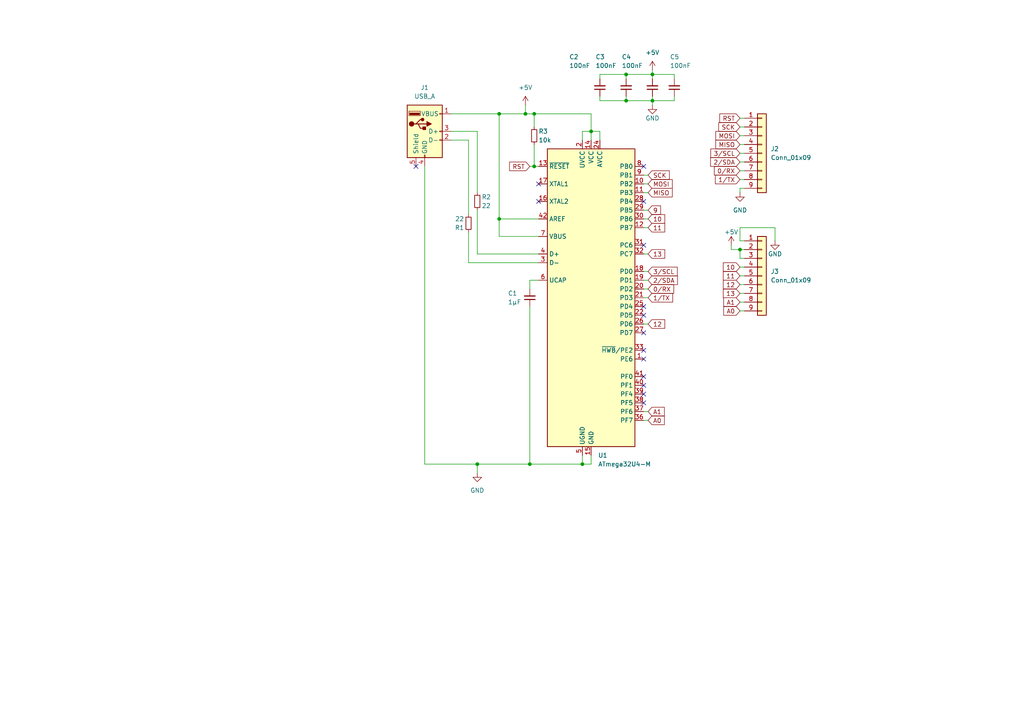
<source format=kicad_sch>
(kicad_sch (version 20211123) (generator eeschema)
  (paper "A4")
  (lib_symbols
    (symbol "Connector:USB_A" (pin_names (offset 1.016))
      (property "Reference" "J" (at -5.08 11.43 0))
      (property "Value" "USB_A" (at -5.08 8.89 0))
      (symbol "USB_A_0_1"
        (rectangle (start -5.08 -7.62) (end 5.08 7.62) (stroke (width 0.254)) (fill (type background)))
        (circle (center -3.81 2.159) (radius 0.635) (stroke (width 0.254)) (fill (type outline)))
        (rectangle (start -1.524 4.826) (end -4.318 5.334) (fill (type outline)))
        (rectangle (start -1.27 4.572) (end -4.572 5.842))
        (circle (center -0.635 3.429) (radius 0.381) (stroke (width 0.254)) (fill (type outline)))
        (rectangle (start -0.127 -7.62) (end 0.127 -6.858))
        (polyline (pts (xy -3.175 2.159) (xy -2.54 2.159) (xy -1.27 3.429) (xy -0.635 3.429)) (stroke (width 0.254)))
        (polyline (pts (xy -2.54 2.159) (xy -1.905 2.159) (xy -1.27 0.889) (xy 0 0.889)) (stroke (width 0.254)))
        (polyline (pts (xy 0.635 2.794) (xy 0.635 1.524) (xy 1.905 2.159) (xy 0.635 2.794)) (stroke (width 0.254)) (fill (type outline)))
        (rectangle (start 0.254 1.27) (end -0.508 0.508) (stroke (width 0.254)) (fill (type outline)))
        (rectangle (start 5.08 -2.667) (end 4.318 -2.413))
        (rectangle (start 5.08 -0.127) (end 4.318 0.127))
        (rectangle (start 5.08 4.953) (end 4.318 5.207))
      )
      (symbol "USB_A_1_1"
        (polyline (pts (xy -1.905 2.159) (xy 0.635 2.159)) (stroke (width 0.254)))
        (pin power_in line (at 7.62 5.08 180) (length 2.54) (name "VBUS") (number "1"))
        (pin bidirectional line (at 7.62 -2.54 180) (length 2.54) (name "D-") (number "2"))
        (pin bidirectional line (at 7.62 0 180) (length 2.54) (name "D+") (number "3"))
        (pin power_in line (at 0 -10.16 90) (length 2.54) (name "GND") (number "4"))
        (pin passive line (at -2.54 -10.16 90) (length 2.54) (name "Shield") (number "5"))
      )
    )
    (symbol "Connector_Generic:Conn_01x09" (pin_names (offset 1.016) hide)
      (property "Reference" "J" (at 0 12.7 0))
      (property "Value" "Conn_01x09" (at 0 -12.7 0))
      (symbol "Conn_01x09_1_1"
        (rectangle (start -1.27 -10.033) (end 0 -10.287) (stroke (width 0.1524)))
        (rectangle (start -1.27 -7.493) (end 0 -7.747) (stroke (width 0.1524)))
        (rectangle (start -1.27 -4.953) (end 0 -5.207) (stroke (width 0.1524)))
        (rectangle (start -1.27 -2.413) (end 0 -2.667) (stroke (width 0.1524)))
        (rectangle (start -1.27 0.127) (end 0 -0.127) (stroke (width 0.1524)))
        (rectangle (start -1.27 2.667) (end 0 2.413) (stroke (width 0.1524)))
        (rectangle (start -1.27 5.207) (end 0 4.953) (stroke (width 0.1524)))
        (rectangle (start -1.27 7.747) (end 0 7.493) (stroke (width 0.1524)))
        (rectangle (start -1.27 10.287) (end 0 10.033) (stroke (width 0.1524)))
        (rectangle (start -1.27 11.43) (end 1.27 -11.43) (stroke (width 0.254)) (fill (type background)))
        (pin passive line (at -5.08 10.16 0) (length 3.81) (name "Pin_1") (number "1"))
        (pin passive line (at -5.08 7.62 0) (length 3.81) (name "Pin_2") (number "2"))
        (pin passive line (at -5.08 5.08 0) (length 3.81) (name "Pin_3") (number "3"))
        (pin passive line (at -5.08 2.54 0) (length 3.81) (name "Pin_4") (number "4"))
        (pin passive line (at -5.08 0 0) (length 3.81) (name "Pin_5") (number "5"))
        (pin passive line (at -5.08 -2.54 0) (length 3.81) (name "Pin_6") (number "6"))
        (pin passive line (at -5.08 -5.08 0) (length 3.81) (name "Pin_7") (number "7"))
        (pin passive line (at -5.08 -7.62 0) (length 3.81) (name "Pin_8") (number "8"))
        (pin passive line (at -5.08 -10.16 0) (length 3.81) (name "Pin_9") (number "9"))
      )
    )
    (symbol "Device:C_Small" (pin_numbers hide) (pin_names (offset 0.254) hide)
      (property "Reference" "C" (at 0.254 1.778 0))
      (property "Value" "C_Small" (at 0.254 -2.032 0))
      (symbol "C_Small_0_1"
        (polyline (pts (xy -1.524 -0.508) (xy 1.524 -0.508)) (stroke (width 0.3302)))
        (polyline (pts (xy -1.524 0.508) (xy 1.524 0.508)) (stroke (width 0.3048)))
      )
      (symbol "C_Small_1_1"
        (pin passive line (at 0 2.54 270) (length 2.032) (name "~") (number "1"))
        (pin passive line (at 0 -2.54 90) (length 2.032) (name "~") (number "2"))
      )
    )
    (symbol "Device:R_Small" (pin_numbers hide) (pin_names (offset 0.254) hide)
      (property "Reference" "R" (at 0.762 0.508 0))
      (property "Value" "R_Small" (at 0.762 -1.016 0))
      (symbol "R_Small_0_1"
        (rectangle (start -0.762 1.778) (end 0.762 -1.778) (stroke (width 0.2032)))
      )
      (symbol "R_Small_1_1"
        (pin passive line (at 0 2.54 270) (length 0.762) (name "~") (number "1"))
        (pin passive line (at 0 -2.54 90) (length 0.762) (name "~") (number "2"))
      )
    )
    (symbol "MCU_Microchip_ATmega:ATmega32U4-M"
      (property "Reference" "U" (at -12.7 44.45 0))
      (property "Value" "ATmega32U4-M" (at 2.54 -44.45 0))
      (symbol "ATmega32U4-M_0_1"
        (rectangle (start -12.7 -43.18) (end 12.7 43.18) (stroke (width 0.254)) (fill (type background)))
      )
      (symbol "ATmega32U4-M_1_1"
        (pin bidirectional line (at 15.24 -17.78 180) (length 2.54) (name "PE6") (number "1"))
        (pin bidirectional line (at 15.24 33.02 180) (length 2.54) (name "PB2") (number "10"))
        (pin bidirectional line (at 15.24 30.48 180) (length 2.54) (name "PB3") (number "11"))
        (pin bidirectional line (at 15.24 20.32 180) (length 2.54) (name "PB7") (number "12"))
        (pin input line (at -15.24 38.1 0) (length 2.54) (name "~{RESET}") (number "13"))
        (pin power_in line (at 0 45.72 270) (length 2.54) (name "VCC") (number "14"))
        (pin power_in line (at 0 -45.72 90) (length 2.54) (name "GND") (number "15"))
        (pin output line (at -15.24 27.94 0) (length 2.54) (name "XTAL2") (number "16"))
        (pin input line (at -15.24 33.02 0) (length 2.54) (name "XTAL1") (number "17"))
        (pin bidirectional line (at 15.24 7.62 180) (length 2.54) (name "PD0") (number "18"))
        (pin bidirectional line (at 15.24 5.08 180) (length 2.54) (name "PD1") (number "19"))
        (pin power_in line (at -2.54 45.72 270) (length 2.54) (name "UVCC") (number "2"))
        (pin bidirectional line (at 15.24 2.54 180) (length 2.54) (name "PD2") (number "20"))
        (pin bidirectional line (at 15.24 0 180) (length 2.54) (name "PD3") (number "21"))
        (pin bidirectional line (at 15.24 -5.08 180) (length 2.54) (name "PD5") (number "22"))
        (pin passive line (at 0 -45.72 90) (length 2.54) hide (name "GND") (number "23"))
        (pin power_in line (at 2.54 45.72 270) (length 2.54) (name "AVCC") (number "24"))
        (pin bidirectional line (at 15.24 -2.54 180) (length 2.54) (name "PD4") (number "25"))
        (pin bidirectional line (at 15.24 -7.62 180) (length 2.54) (name "PD6") (number "26"))
        (pin bidirectional line (at 15.24 -10.16 180) (length 2.54) (name "PD7") (number "27"))
        (pin bidirectional line (at 15.24 27.94 180) (length 2.54) (name "PB4") (number "28"))
        (pin bidirectional line (at 15.24 25.4 180) (length 2.54) (name "PB5") (number "29"))
        (pin bidirectional line (at -15.24 10.16 0) (length 2.54) (name "D-") (number "3"))
        (pin bidirectional line (at 15.24 22.86 180) (length 2.54) (name "PB6") (number "30"))
        (pin bidirectional line (at 15.24 15.24 180) (length 2.54) (name "PC6") (number "31"))
        (pin bidirectional line (at 15.24 12.7 180) (length 2.54) (name "PC7") (number "32"))
        (pin bidirectional line (at 15.24 -15.24 180) (length 2.54) (name "~{HWB}/PE2") (number "33"))
        (pin passive line (at 0 45.72 270) (length 2.54) hide (name "VCC") (number "34"))
        (pin passive line (at 0 -45.72 90) (length 2.54) hide (name "GND") (number "35"))
        (pin bidirectional line (at 15.24 -35.56 180) (length 2.54) (name "PF7") (number "36"))
        (pin bidirectional line (at 15.24 -33.02 180) (length 2.54) (name "PF6") (number "37"))
        (pin bidirectional line (at 15.24 -30.48 180) (length 2.54) (name "PF5") (number "38"))
        (pin bidirectional line (at 15.24 -27.94 180) (length 2.54) (name "PF4") (number "39"))
        (pin bidirectional line (at -15.24 12.7 0) (length 2.54) (name "D+") (number "4"))
        (pin bidirectional line (at 15.24 -25.4 180) (length 2.54) (name "PF1") (number "40"))
        (pin bidirectional line (at 15.24 -22.86 180) (length 2.54) (name "PF0") (number "41"))
        (pin passive line (at -15.24 22.86 0) (length 2.54) (name "AREF") (number "42"))
        (pin passive line (at 0 -45.72 90) (length 2.54) hide (name "GND") (number "43"))
        (pin passive line (at 2.54 45.72 270) (length 2.54) hide (name "AVCC") (number "44"))
        (pin passive line (at 0 -45.72 90) (length 2.54) hide (name "GND") (number "45"))
        (pin passive line (at -2.54 -45.72 90) (length 2.54) (name "UGND") (number "5"))
        (pin passive line (at -15.24 5.08 0) (length 2.54) (name "UCAP") (number "6"))
        (pin input line (at -15.24 17.78 0) (length 2.54) (name "VBUS") (number "7"))
        (pin bidirectional line (at 15.24 38.1 180) (length 2.54) (name "PB0") (number "8"))
        (pin bidirectional line (at 15.24 35.56 180) (length 2.54) (name "PB1") (number "9"))
      )
    )
    (symbol "power:+5V" (power) (pin_names (offset 0))
      (property "Value" "+5V" (at 0 3.556 0))
      (symbol "+5V_0_1"
        (polyline (pts (xy -0.762 1.27) (xy 0 2.54)))
        (polyline (pts (xy 0 0) (xy 0 2.54)))
        (polyline (pts (xy 0 2.54) (xy 0.762 1.27)))
      )
      (symbol "+5V_1_1"
        (pin power_in line (at 0 0 90) (length 0) hide (name "+5V") (number "1"))
      )
    )
    (symbol "power:GND" (power) (pin_names (offset 0))
      (property "Value" "GND" (at 0 -3.81 0))
      (symbol "GND_0_1"
        (polyline (pts (xy 0 0) (xy 0 -1.27) (xy 1.27 -1.27) (xy 0 -2.54) (xy -1.27 -1.27) (xy 0 -1.27)))
      )
      (symbol "GND_1_1"
        (pin power_in line (at 0 0 270) (length 0) hide (name "GND") (number "1"))
      )
    )
  )
  (junction (at 189.23 29.21))
  (junction (at 152.4 33.02))
  (junction (at 168.91 134.62))
  (junction (at 214.63 72.39))
  (junction (at 138.43 134.62))
  (junction (at 154.94 33.02))
  (junction (at 153.67 134.62))
  (junction (at 144.78 33.02))
  (junction (at 144.78 63.5))
  (junction (at 181.61 29.21))
  (junction (at 181.61 21.59))
  (junction (at 171.45 38.1))
  (junction (at 154.94 48.26))
  (junction (at 189.23 21.59))
  (no_connect (at 156.21 58.42))
  (no_connect (at 156.21 53.34))
  (no_connect (at 120.65 48.26))
  (no_connect (at 186.69 114.3))
  (no_connect (at 186.69 116.84))
  (no_connect (at 186.69 96.52))
  (no_connect (at 186.69 111.76))
  (no_connect (at 186.69 101.6))
  (no_connect (at 186.69 104.14))
  (no_connect (at 186.69 109.22))
  (no_connect (at 186.69 88.9))
  (no_connect (at 186.69 91.44))
  (no_connect (at 186.69 71.12))
  (no_connect (at 186.69 58.42))
  (no_connect (at 186.69 48.26))
  (wire (pts (xy 168.91 40.64) (xy 168.91 38.1)))
  (wire (pts (xy 214.63 69.85) (xy 215.9 69.85)))
  (wire (pts (xy 214.63 55.88) (xy 214.63 54.61)))
  (wire (pts (xy 189.23 27.94) (xy 189.23 29.21)))
  (wire (pts (xy 214.63 46.99) (xy 215.9 46.99)))
  (wire (pts (xy 214.63 72.39) (xy 215.9 72.39)))
  (wire (pts (xy 154.94 33.02) (xy 171.45 33.02)))
  (wire (pts (xy 123.19 48.26) (xy 123.19 134.62)))
  (wire (pts (xy 144.78 63.5) (xy 144.78 33.02)))
  (wire (pts (xy 168.91 134.62) (xy 168.91 132.08)))
  (wire (pts (xy 186.69 83.82) (xy 187.96 83.82)))
  (wire (pts (xy 138.43 73.66) (xy 156.21 73.66)))
  (wire (pts (xy 214.63 77.47) (xy 215.9 77.47)))
  (wire (pts (xy 171.45 38.1) (xy 171.45 40.64)))
  (wire (pts (xy 135.89 40.64) (xy 135.89 62.23)))
  (wire (pts (xy 138.43 137.16) (xy 138.43 134.62)))
  (wire (pts (xy 181.61 21.59) (xy 181.61 22.86)))
  (wire (pts (xy 138.43 60.96) (xy 138.43 73.66)))
  (wire (pts (xy 173.99 38.1) (xy 171.45 38.1)))
  (wire (pts (xy 186.69 53.34) (xy 187.96 53.34)))
  (wire (pts (xy 214.63 90.17) (xy 215.9 90.17)))
  (wire (pts (xy 135.89 76.2) (xy 156.21 76.2)))
  (wire (pts (xy 154.94 33.02) (xy 154.94 36.83)))
  (wire (pts (xy 214.63 85.09) (xy 215.9 85.09)))
  (wire (pts (xy 173.99 21.59) (xy 181.61 21.59)))
  (wire (pts (xy 153.67 48.26) (xy 154.94 48.26)))
  (wire (pts (xy 214.63 74.93) (xy 215.9 74.93)))
  (wire (pts (xy 123.19 134.62) (xy 138.43 134.62)))
  (wire (pts (xy 214.63 66.04) (xy 214.63 69.85)))
  (wire (pts (xy 181.61 29.21) (xy 189.23 29.21)))
  (wire (pts (xy 130.81 40.64) (xy 135.89 40.64)))
  (wire (pts (xy 186.69 73.66) (xy 187.96 73.66)))
  (wire (pts (xy 214.63 80.01) (xy 215.9 80.01)))
  (wire (pts (xy 186.69 55.88) (xy 187.96 55.88)))
  (wire (pts (xy 153.67 134.62) (xy 168.91 134.62)))
  (wire (pts (xy 212.09 72.39) (xy 214.63 72.39)))
  (wire (pts (xy 224.79 66.04) (xy 224.79 69.85)))
  (wire (pts (xy 130.81 33.02) (xy 144.78 33.02)))
  (wire (pts (xy 186.69 119.38) (xy 187.96 119.38)))
  (wire (pts (xy 214.63 39.37) (xy 215.9 39.37)))
  (wire (pts (xy 181.61 27.94) (xy 181.61 29.21)))
  (wire (pts (xy 186.69 63.5) (xy 187.96 63.5)))
  (wire (pts (xy 195.58 29.21) (xy 189.23 29.21)))
  (wire (pts (xy 173.99 40.64) (xy 173.99 38.1)))
  (wire (pts (xy 138.43 134.62) (xy 153.67 134.62)))
  (wire (pts (xy 144.78 63.5) (xy 156.21 63.5)))
  (wire (pts (xy 186.69 60.96) (xy 187.96 60.96)))
  (wire (pts (xy 152.4 30.48) (xy 152.4 33.02)))
  (wire (pts (xy 156.21 48.26) (xy 154.94 48.26)))
  (wire (pts (xy 212.09 71.12) (xy 212.09 72.39)))
  (wire (pts (xy 195.58 21.59) (xy 189.23 21.59)))
  (wire (pts (xy 195.58 27.94) (xy 195.58 29.21)))
  (wire (pts (xy 153.67 88.9) (xy 153.67 134.62)))
  (wire (pts (xy 214.63 87.63) (xy 215.9 87.63)))
  (wire (pts (xy 186.69 93.98) (xy 187.96 93.98)))
  (wire (pts (xy 186.69 86.36) (xy 187.96 86.36)))
  (wire (pts (xy 173.99 27.94) (xy 173.99 29.21)))
  (wire (pts (xy 214.63 34.29) (xy 215.9 34.29)))
  (wire (pts (xy 214.63 52.07) (xy 215.9 52.07)))
  (wire (pts (xy 186.69 121.92) (xy 187.96 121.92)))
  (wire (pts (xy 173.99 29.21) (xy 181.61 29.21)))
  (wire (pts (xy 214.63 41.91) (xy 215.9 41.91)))
  (wire (pts (xy 214.63 66.04) (xy 224.79 66.04)))
  (wire (pts (xy 153.67 83.82) (xy 153.67 81.28)))
  (wire (pts (xy 171.45 132.08) (xy 171.45 134.62)))
  (wire (pts (xy 189.23 20.32) (xy 189.23 21.59)))
  (wire (pts (xy 186.69 78.74) (xy 187.96 78.74)))
  (wire (pts (xy 168.91 38.1) (xy 171.45 38.1)))
  (wire (pts (xy 135.89 67.31) (xy 135.89 76.2)))
  (wire (pts (xy 186.69 50.8) (xy 187.96 50.8)))
  (wire (pts (xy 130.81 38.1) (xy 138.43 38.1)))
  (wire (pts (xy 154.94 48.26) (xy 154.94 41.91)))
  (wire (pts (xy 171.45 33.02) (xy 171.45 38.1)))
  (wire (pts (xy 214.63 36.83) (xy 215.9 36.83)))
  (wire (pts (xy 138.43 38.1) (xy 138.43 55.88)))
  (wire (pts (xy 195.58 22.86) (xy 195.58 21.59)))
  (wire (pts (xy 214.63 49.53) (xy 215.9 49.53)))
  (wire (pts (xy 214.63 82.55) (xy 215.9 82.55)))
  (wire (pts (xy 171.45 134.62) (xy 168.91 134.62)))
  (wire (pts (xy 186.69 66.04) (xy 187.96 66.04)))
  (wire (pts (xy 214.63 72.39) (xy 214.63 74.93)))
  (wire (pts (xy 152.4 33.02) (xy 154.94 33.02)))
  (wire (pts (xy 186.69 81.28) (xy 187.96 81.28)))
  (wire (pts (xy 189.23 29.21) (xy 189.23 30.48)))
  (wire (pts (xy 181.61 21.59) (xy 189.23 21.59)))
  (wire (pts (xy 214.63 54.61) (xy 215.9 54.61)))
  (wire (pts (xy 156.21 68.58) (xy 144.78 68.58)))
  (wire (pts (xy 189.23 21.59) (xy 189.23 22.86)))
  (wire (pts (xy 144.78 68.58) (xy 144.78 63.5)))
  (wire (pts (xy 214.63 44.45) (xy 215.9 44.45)))
  (wire (pts (xy 173.99 22.86) (xy 173.99 21.59)))
  (wire (pts (xy 144.78 33.02) (xy 152.4 33.02)))
  (wire (pts (xy 153.67 81.28) (xy 156.21 81.28)))
  (global_label "1{slash}TX" (shape input) (at 187.96 86.36 0) (property "Intersheet References" "${INTERSHEET_REFS}" (effects hide)))
  (global_label "10" (shape input) (at 187.96 63.5 0) (property "Intersheet References" "${INTERSHEET_REFS}" (effects hide)))
  (global_label "MOSI" (shape input) (at 214.63 39.37 180) (property "Intersheet References" "${INTERSHEET_REFS}" (effects hide)))
  (global_label "MOSI" (shape input) (at 187.96 53.34 0) (property "Intersheet References" "${INTERSHEET_REFS}" (effects hide)))
  (global_label "12" (shape input) (at 187.96 93.98 0) (property "Intersheet References" "${INTERSHEET_REFS}" (effects hide)))
  (global_label "RST" (shape input) (at 153.67 48.26 180) (property "Intersheet References" "${INTERSHEET_REFS}" (effects hide)))
  (global_label "9" (shape input) (at 187.96 60.96 0) (property "Intersheet References" "${INTERSHEET_REFS}" (effects hide)))
  (global_label "SCK" (shape input) (at 214.63 36.83 180) (property "Intersheet References" "${INTERSHEET_REFS}" (effects hide)))
  (global_label "11" (shape input) (at 187.96 66.04 0) (property "Intersheet References" "${INTERSHEET_REFS}" (effects hide)))
  (global_label "0{slash}RX" (shape input) (at 214.63 49.53 180) (property "Intersheet References" "${INTERSHEET_REFS}" (effects hide)))
  (global_label "13" (shape input) (at 214.63 85.09 180) (property "Intersheet References" "${INTERSHEET_REFS}" (effects hide)))
  (global_label "A1" (shape input) (at 214.63 87.63 180) (property "Intersheet References" "${INTERSHEET_REFS}" (effects hide)))
  (global_label "A0" (shape input) (at 187.96 121.92 0) (property "Intersheet References" "${INTERSHEET_REFS}" (effects hide)))
  (global_label "MISO" (shape input) (at 214.63 41.91 180) (property "Intersheet References" "${INTERSHEET_REFS}" (effects hide)))
  (global_label "2{slash}SDA" (shape input) (at 214.63 46.99 180) (property "Intersheet References" "${INTERSHEET_REFS}" (effects hide)))
  (global_label "A1" (shape input) (at 187.96 119.38 0) (property "Intersheet References" "${INTERSHEET_REFS}" (effects hide)))
  (global_label "MISO" (shape input) (at 187.96 55.88 0) (property "Intersheet References" "${INTERSHEET_REFS}" (effects hide)))
  (global_label "3{slash}SCL" (shape input) (at 214.63 44.45 180) (property "Intersheet References" "${INTERSHEET_REFS}" (effects hide)))
  (global_label "0{slash}RX" (shape input) (at 187.96 83.82 0) (property "Intersheet References" "${INTERSHEET_REFS}" (effects hide)))
  (global_label "10" (shape input) (at 214.63 77.47 180) (property "Intersheet References" "${INTERSHEET_REFS}" (effects hide)))
  (global_label "SCK" (shape input) (at 187.96 50.8 0) (property "Intersheet References" "${INTERSHEET_REFS}" (effects hide)))
  (global_label "RST" (shape input) (at 214.63 34.29 180) (property "Intersheet References" "${INTERSHEET_REFS}" (effects hide)))
  (global_label "A0" (shape input) (at 214.63 90.17 180) (property "Intersheet References" "${INTERSHEET_REFS}" (effects hide)))
  (global_label "2{slash}SDA" (shape input) (at 187.96 81.28 0) (property "Intersheet References" "${INTERSHEET_REFS}" (effects hide)))
  (global_label "11" (shape input) (at 214.63 80.01 180) (property "Intersheet References" "${INTERSHEET_REFS}" (effects hide)))
  (global_label "12" (shape input) (at 214.63 82.55 180) (property "Intersheet References" "${INTERSHEET_REFS}" (effects hide)))
  (global_label "13" (shape input) (at 187.96 73.66 0) (property "Intersheet References" "${INTERSHEET_REFS}" (effects hide)))
  (global_label "3{slash}SCL" (shape input) (at 187.96 78.74 0) (property "Intersheet References" "${INTERSHEET_REFS}" (effects hide)))
  (global_label "1{slash}TX" (shape input) (at 214.63 52.07 180) (property "Intersheet References" "${INTERSHEET_REFS}" (effects hide)))
  (symbol (lib_id "power:GND") (at 214.63 55.88 0) (unit 1)
    (property "Reference" "#PWR0106" (effects hide))
    (property "Value" "GND" (at 214.63 60.96 0))
  )
  (symbol (lib_id "power:+5V") (at 189.23 20.32 0) (unit 1)
    (property "Reference" "#PWR01" (effects hide))
    (property "Value" "+5V" (at 189.23 15.24 0))
  )
  (symbol (lib_id "Device:R_Small") (at 135.89 64.77 180) (unit 1)
    (property "Reference" "R1" (at 134.62 66.0401 0) (effects (justify left)))
    (property "Value" "22" (at 134.62 63.5001 0) (effects (justify left)))
    (property "Footprint" "Resistor_SMD:R_0402_1005Metric" (effects hide))
  )
  (symbol (lib_id "Connector_Generic:Conn_01x09") (at 220.98 44.45 0) (unit 1)
    (property "Reference" "J2" (at 223.52 43.1799 0) (effects (justify left)))
    (property "Value" "Conn_01x09" (at 223.52 45.7199 0) (effects (justify left)))
    (property "Footprint" "Connector_PinHeader_1.27mm:PinHeader_1x09_P1.27mm_Vertical" (effects hide))
  )
  (symbol (lib_id "power:GND") (at 138.43 137.16 0) (unit 1)
    (property "Reference" "#PWR0101" (effects hide))
    (property "Value" "GND" (at 138.43 142.24 0))
  )
  (symbol (lib_id "power:+5V") (at 152.4 30.48 0) (unit 1)
    (property "Reference" "#PWR0102" (effects hide))
    (property "Value" "+5V" (at 152.4 25.4 0))
  )
  (symbol (lib_id "power:+5V") (at 212.09 71.12 0) (unit 1)
    (property "Reference" "#PWR0104" (effects hide))
    (property "Value" "+5V" (at 212.09 67.31 0))
  )
  (symbol (lib_id "Device:C_Small") (at 181.61 25.4 180) (unit 1)
    (property "Reference" "C3" (at 172.72 16.5035 0) (effects (justify right)))
    (property "Value" "100nF" (at 172.72 19.0435 0) (effects (justify right)))
    (property "Footprint" "Capacitor_SMD:C_0402_1005Metric" (effects hide))
  )
  (symbol (lib_id "MCU_Microchip_ATmega:ATmega32U4-M") (at 171.45 86.36 0) (unit 1)
    (property "Reference" "U1" (at 173.4694 132.08 0) (effects (justify left)))
    (property "Value" "ATmega32U4-M" (at 173.4694 134.62 0) (effects (justify left)))
    (property "Footprint" "Package_DFN_QFN:QFN-44-1EP_7x7mm_P0.5mm_EP5.2x5.2mm" (effects hide))
    (property "Datasheet" "http://ww1.microchip.com/downloads/en/DeviceDoc/Atmel-7766-8-bit-AVR-ATmega16U4-32U4_Datasheet.pdf" (effects hide))
  )
  (symbol (lib_id "Device:R_Small") (at 154.94 39.37 0) (unit 1)
    (property "Reference" "R3" (at 156.21 38.0999 0) (effects (justify left)))
    (property "Value" "10k" (at 156.21 40.6399 0) (effects (justify left)))
    (property "Footprint" "Resistor_SMD:R_0402_1005Metric" (effects hide))
  )
  (symbol (lib_id "Device:C_Small") (at 173.99 25.4 180) (unit 1)
    (property "Reference" "C2" (at 165.1 16.5035 0) (effects (justify right)))
    (property "Value" "100nF" (at 165.1 19.0435 0) (effects (justify right)))
    (property "Footprint" "Capacitor_SMD:C_0402_1005Metric" (effects hide))
  )
  (symbol (lib_id "power:GND") (at 189.23 30.48 0) (unit 1)
    (property "Reference" "#PWR0103" (effects hide))
    (property "Value" "GND" (at 189.23 34.29 0))
  )
  (symbol (lib_id "Device:C_Small") (at 189.23 25.4 180) (unit 1)
    (property "Reference" "C4" (at 180.34 16.5035 0) (effects (justify right)))
    (property "Value" "100nF" (at 180.34 19.0435 0) (effects (justify right)))
    (property "Footprint" "Capacitor_SMD:C_0402_1005Metric" (effects hide))
  )
  (symbol (lib_id "power:GND") (at 224.79 69.85 0) (unit 1)
    (property "Reference" "#PWR0105" (effects hide))
    (property "Value" "GND" (at 224.79 73.66 0))
  )
  (symbol (lib_id "Device:R_Small") (at 138.43 58.42 0) (unit 1)
    (property "Reference" "R2" (at 139.7 57.1499 0) (effects (justify left)))
    (property "Value" "22" (at 139.7 59.6899 0) (effects (justify left)))
    (property "Footprint" "Resistor_SMD:R_0402_1005Metric" (effects hide))
  )
  (symbol (lib_id "Connector_Generic:Conn_01x09") (at 220.98 80.01 0) (unit 1)
    (property "Reference" "J3" (at 223.52 78.7399 0) (effects (justify left)))
    (property "Value" "Conn_01x09" (at 223.52 81.2799 0) (effects (justify left)))
    (property "Footprint" "Connector_PinHeader_1.27mm:PinHeader_1x09_P1.27mm_Vertical" (effects hide))
  )
  (symbol (lib_id "Device:C_Small") (at 153.67 86.36 180) (unit 1)
    (property "Reference" "C1" (at 147.32 85.0835 0) (effects (justify right)))
    (property "Value" "1µF" (at 147.32 87.6235 0) (effects (justify right)))
    (property "Footprint" "Capacitor_SMD:C_0402_1005Metric" (effects hide))
  )
  (symbol (lib_id "Device:C_Small") (at 195.58 25.4 180) (unit 1)
    (property "Reference" "C5" (at 194.31 16.5035 0) (effects (justify right)))
    (property "Value" "100nF" (at 194.31 19.0435 0) (effects (justify right)))
    (property "Footprint" "Capacitor_SMD:C_0402_1005Metric" (effects hide))
  )
  (symbol (lib_id "Connector:USB_A") (at 123.19 38.1 0) (unit 1)
    (property "Reference" "J1" (at 123.19 25.4 0))
    (property "Value" "USB_A" (at 123.19 27.94 0))
    (property "Footprint" "DIY:USB_A_PCB_Traces" (effects hide))
    (property "Datasheet" " ~" (effects hide))
  )
)
</source>
